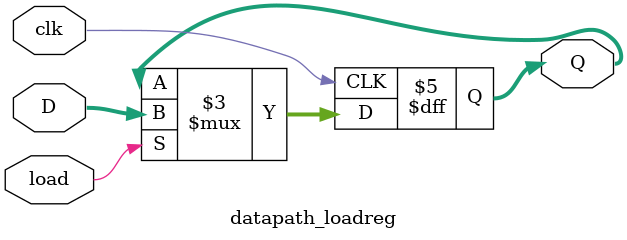
<source format=v>
`timescale 1ns / 1ps


module datapath_loadreg(
input clk , load ,
    input [9:0] D,
    output reg [9:0] Q
    ) ;
    
initial Q = 0;
always @(posedge clk) begin
    if (load) 
        Q<=D;
    end
endmodule
</source>
